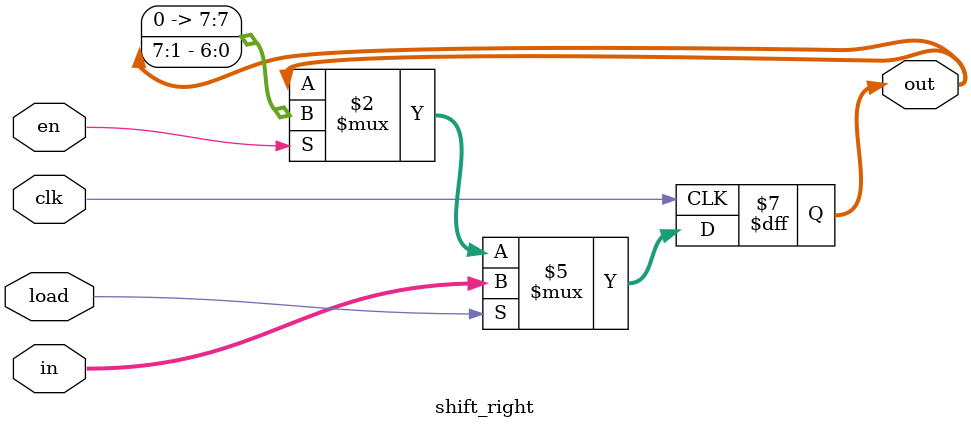
<source format=v>
module shift_right(
  input [7:0] in,
  output reg [7:0] out,
  input clk,
  input en,
  input load
  );

  always @(posedge clk) begin
    if (load) begin
      out <= in;
    end else if (en) begin
      out <= {1'b0, out[7:1]};
    end
  end
endmodule
</source>
